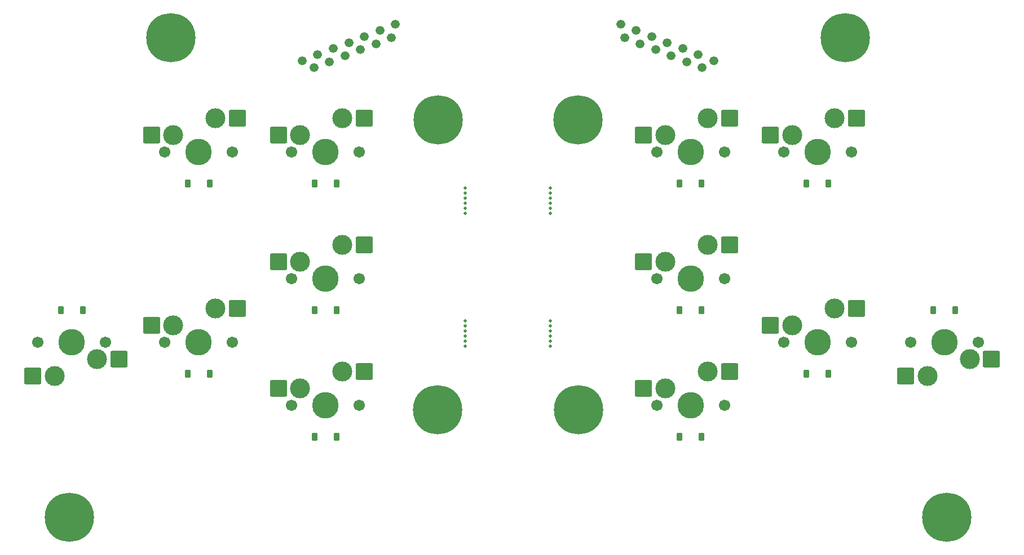
<source format=gbr>
%TF.GenerationSoftware,KiCad,Pcbnew,8.0.8*%
%TF.CreationDate,2025-01-29T21:57:57-05:00*%
%TF.ProjectId,rasgueado_thumbs,72617367-7565-4616-946f-5f7468756d62,rev?*%
%TF.SameCoordinates,Original*%
%TF.FileFunction,Soldermask,Bot*%
%TF.FilePolarity,Negative*%
%FSLAX46Y46*%
G04 Gerber Fmt 4.6, Leading zero omitted, Abs format (unit mm)*
G04 Created by KiCad (PCBNEW 8.0.8) date 2025-01-29 21:57:57*
%MOMM*%
%LPD*%
G01*
G04 APERTURE LIST*
G04 Aperture macros list*
%AMRoundRect*
0 Rectangle with rounded corners*
0 $1 Rounding radius*
0 $2 $3 $4 $5 $6 $7 $8 $9 X,Y pos of 4 corners*
0 Add a 4 corners polygon primitive as box body*
4,1,4,$2,$3,$4,$5,$6,$7,$8,$9,$2,$3,0*
0 Add four circle primitives for the rounded corners*
1,1,$1+$1,$2,$3*
1,1,$1+$1,$4,$5*
1,1,$1+$1,$6,$7*
1,1,$1+$1,$8,$9*
0 Add four rect primitives between the rounded corners*
20,1,$1+$1,$2,$3,$4,$5,0*
20,1,$1+$1,$4,$5,$6,$7,0*
20,1,$1+$1,$6,$7,$8,$9,0*
20,1,$1+$1,$8,$9,$2,$3,0*%
G04 Aperture macros list end*
%ADD10C,0.500000*%
%ADD11C,7.400000*%
%ADD12C,1.701800*%
%ADD13C,3.000000*%
%ADD14C,3.987800*%
%ADD15RoundRect,0.200000X1.075000X1.050000X-1.075000X1.050000X-1.075000X-1.050000X1.075000X-1.050000X0*%
%ADD16RoundRect,0.225000X-0.225000X-0.375000X0.225000X-0.375000X0.225000X0.375000X-0.225000X0.375000X0*%
%ADD17C,1.327000*%
%ADD18RoundRect,0.200000X-1.075000X-1.050000X1.075000X-1.050000X1.075000X1.050000X-1.075000X1.050000X0*%
%ADD19RoundRect,0.225000X0.225000X0.375000X-0.225000X0.375000X-0.225000X-0.375000X0.225000X-0.375000X0*%
G04 APERTURE END LIST*
D10*
%TO.C,*%
X154681387Y-110386900D03*
X154681387Y-111136900D03*
X154681387Y-111886900D03*
X154681387Y-112636900D03*
X154681387Y-113386900D03*
X154681387Y-114136900D03*
%TD*%
D11*
%TO.C,H4*%
X97686989Y-67741107D03*
%TD*%
%TO.C,H8*%
X198971900Y-67741100D03*
%TD*%
%TO.C,H2*%
X137752989Y-123737107D03*
%TD*%
%TO.C,H6*%
X158855900Y-80137100D03*
%TD*%
D10*
%TO.C,*%
X141861387Y-110386900D03*
X141861387Y-111136900D03*
X141861387Y-111886900D03*
X141861387Y-112636900D03*
X141861387Y-113386900D03*
X141861387Y-114136900D03*
%TD*%
D11*
%TO.C,H7*%
X158905900Y-123737100D03*
%TD*%
%TO.C,H1*%
X82446989Y-139877107D03*
%TD*%
%TO.C,H3*%
X137802989Y-80137107D03*
%TD*%
D10*
%TO.C,*%
X154681387Y-90386900D03*
X154681387Y-91136900D03*
X154681387Y-91886900D03*
X154681387Y-92636900D03*
X154681387Y-93386900D03*
X154681387Y-94136900D03*
%TD*%
D11*
%TO.C,H5*%
X214211900Y-139877100D03*
%TD*%
D10*
%TO.C,*%
X141861387Y-90386900D03*
X141861387Y-91136900D03*
X141861387Y-91886900D03*
X141861387Y-92636900D03*
X141861387Y-93386900D03*
X141861387Y-94136900D03*
%TD*%
D12*
%TO.C,S2*%
X106957989Y-113524607D03*
D13*
X104417989Y-108444607D03*
D14*
X101877989Y-113524607D03*
D13*
X98067989Y-110984607D03*
D12*
X96797989Y-113524607D03*
D15*
X94792989Y-110984607D03*
X107719989Y-108444607D03*
%TD*%
D16*
%TO.C,D12*%
X174080900Y-127812100D03*
X177380900Y-127812100D03*
%TD*%
D12*
%TO.C,S9*%
X180810900Y-84949600D03*
D13*
X178270900Y-79869600D03*
D14*
X175730900Y-84949600D03*
D13*
X171920900Y-82409600D03*
D12*
X170650900Y-84949600D03*
D15*
X168645900Y-82409600D03*
X181572900Y-79869600D03*
%TD*%
D12*
%TO.C,S4*%
X126007989Y-103999607D03*
D13*
X123467989Y-98919607D03*
D14*
X120927989Y-103999607D03*
D13*
X117117989Y-101459607D03*
D12*
X115847989Y-103999607D03*
D15*
X113842989Y-101459607D03*
X126769989Y-98919607D03*
%TD*%
D17*
%TO.C,J1*%
X131408900Y-65762100D03*
X130841253Y-67752772D03*
X129078580Y-66667422D03*
X128510933Y-68658095D03*
X126748260Y-67572745D03*
X126180613Y-69563417D03*
X124417940Y-68478067D03*
X123850293Y-70468739D03*
X122087620Y-69383389D03*
X121519973Y-71374062D03*
X119757300Y-70288712D03*
X119189653Y-72279384D03*
X117426980Y-71194034D03*
%TD*%
D16*
%TO.C,D4*%
X119277989Y-108762107D03*
X122577989Y-108762107D03*
%TD*%
D17*
%TO.C,J2*%
X179231920Y-71194034D03*
X177469247Y-72279384D03*
X176901600Y-70288712D03*
X175138927Y-71374062D03*
X174571280Y-69383389D03*
X172808607Y-70468739D03*
X172240960Y-68478067D03*
X170478287Y-69563417D03*
X169910640Y-67572745D03*
X168147967Y-68658095D03*
X167580320Y-66667422D03*
X165817647Y-67752772D03*
X165250000Y-65762100D03*
%TD*%
D12*
%TO.C,S12*%
X180810900Y-123049600D03*
D13*
X178270900Y-117969600D03*
D14*
X175730900Y-123049600D03*
D13*
X171920900Y-120509600D03*
D12*
X170650900Y-123049600D03*
D15*
X168645900Y-120509600D03*
X181572900Y-117969600D03*
%TD*%
D16*
%TO.C,D3*%
X119277989Y-127812107D03*
X122577989Y-127812107D03*
%TD*%
%TO.C,D11*%
X193130900Y-118287100D03*
X196430900Y-118287100D03*
%TD*%
%TO.C,D10*%
X193130900Y-89712100D03*
X196430900Y-89712100D03*
%TD*%
%TO.C,D9*%
X174080900Y-89712100D03*
X177380900Y-89712100D03*
%TD*%
D12*
%TO.C,S7*%
X208750900Y-113524600D03*
D13*
X211290900Y-118604600D03*
D14*
X213830900Y-113524600D03*
D13*
X217640900Y-116064600D03*
D12*
X218910900Y-113524600D03*
D18*
X220915900Y-116064600D03*
X207988900Y-118604600D03*
%TD*%
D12*
%TO.C,S5*%
X126007989Y-84949607D03*
D13*
X123467989Y-79869607D03*
D14*
X120927989Y-84949607D03*
D13*
X117117989Y-82409607D03*
D12*
X115847989Y-84949607D03*
D15*
X113842989Y-82409607D03*
X126769989Y-79869607D03*
%TD*%
D16*
%TO.C,D5*%
X119277989Y-89712107D03*
X122577989Y-89712107D03*
%TD*%
%TO.C,D2*%
X100227989Y-118287107D03*
X103527989Y-118287107D03*
%TD*%
D12*
%TO.C,S6*%
X106957989Y-84949607D03*
D13*
X104417989Y-79869607D03*
D14*
X101877989Y-84949607D03*
D13*
X98067989Y-82409607D03*
D12*
X96797989Y-84949607D03*
D15*
X94792989Y-82409607D03*
X107719989Y-79869607D03*
%TD*%
D16*
%TO.C,D8*%
X174080900Y-108762100D03*
X177380900Y-108762100D03*
%TD*%
D19*
%TO.C,D7*%
X215480900Y-108762100D03*
X212180900Y-108762100D03*
%TD*%
%TO.C,D1*%
X84477989Y-108762107D03*
X81177989Y-108762107D03*
%TD*%
D12*
%TO.C,S11*%
X199860900Y-113524600D03*
D13*
X197320900Y-108444600D03*
D14*
X194780900Y-113524600D03*
D13*
X190970900Y-110984600D03*
D12*
X189700900Y-113524600D03*
D15*
X187695900Y-110984600D03*
X200622900Y-108444600D03*
%TD*%
D12*
%TO.C,S8*%
X180810900Y-103999600D03*
D13*
X178270900Y-98919600D03*
D14*
X175730900Y-103999600D03*
D13*
X171920900Y-101459600D03*
D12*
X170650900Y-103999600D03*
D15*
X168645900Y-101459600D03*
X181572900Y-98919600D03*
%TD*%
D12*
%TO.C,S3*%
X126007989Y-123049607D03*
D13*
X123467989Y-117969607D03*
D14*
X120927989Y-123049607D03*
D13*
X117117989Y-120509607D03*
D12*
X115847989Y-123049607D03*
D15*
X113842989Y-120509607D03*
X126769989Y-117969607D03*
%TD*%
D16*
%TO.C,D6*%
X100227989Y-89712107D03*
X103527989Y-89712107D03*
%TD*%
D12*
%TO.C,S10*%
X199860900Y-84949600D03*
D13*
X197320900Y-79869600D03*
D14*
X194780900Y-84949600D03*
D13*
X190970900Y-82409600D03*
D12*
X189700900Y-84949600D03*
D15*
X187695900Y-82409600D03*
X200622900Y-79869600D03*
%TD*%
D12*
%TO.C,S1*%
X77747989Y-113524607D03*
D13*
X80287989Y-118604607D03*
D14*
X82827989Y-113524607D03*
D13*
X86637989Y-116064607D03*
D12*
X87907989Y-113524607D03*
D18*
X89912989Y-116064607D03*
X76985989Y-118604607D03*
%TD*%
M02*

</source>
